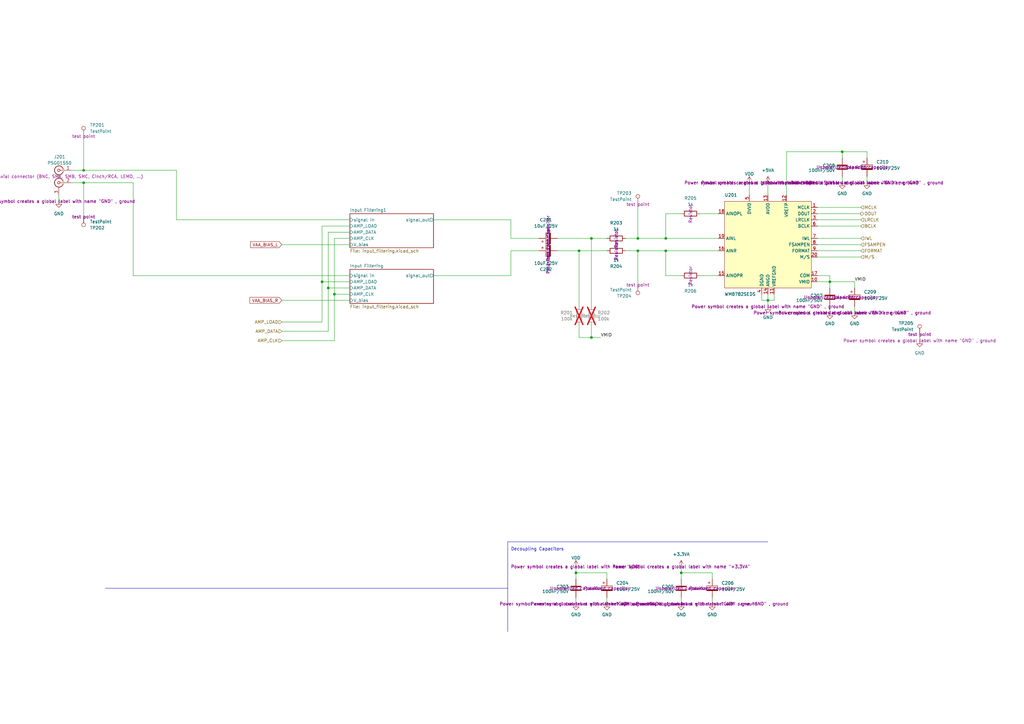
<source format=kicad_sch>
(kicad_sch (version 20250114) (generator "eeschema") (generator_version "9.0")
  (paper "A3")
  (lib_symbols
    (symbol "Connector:Conn_Coaxial_x2" (pin_names (offset 1.016) (hide yes))
      (property "Reference" "J" (at 0 5.715 0))
      (property "Value" "Conn_Coaxial_x2" (at 2.921 0 90))
      (symbol "Conn_Coaxial_x2_0_1"
        (polyline (pts (xy -2.54 2.54) (xy -0.508 2.54)))
        (polyline (pts (xy -2.54 -2.54) (xy -0.508 -2.54)))
        (arc (start 1.778 2.54) (mid 0.222 0.7321) (end -1.778 2.032) (stroke (width 0.254)))
        (arc (start 1.778 -2.54) (mid 0.222 -4.3479) (end -1.778 -3.048) (stroke (width 0.254)))
        (arc (start -1.778 3.048) (mid 0.2221 4.3484) (end 1.778 2.54) (stroke (width 0.254)))
        (arc (start -1.778 -2.032) (mid 0.2221 -0.7316) (end 1.778 -2.54) (stroke (width 0.254)))
        (circle (center 0 2.54) (radius 0.508) (stroke (width 0.2032)))
        (polyline (pts (xy 0 0.762) (xy 0 -0.635)))
        (circle (center 0 -2.54) (radius 0.508) (stroke (width 0.2032)))
        (polyline (pts (xy 0 -5.08) (xy 0 -4.318)))
      )
      (symbol "Conn_Coaxial_x2_1_1"
        (pin passive line (at -5.08 2.54 0) (length 2.54) (name "IN1") (number "1"))
        (pin passive line (at -5.08 -2.54 0) (length 2.54) (name "IN2") (number "2"))
        (pin passive line (at 0 -7.62 90) (length 2.54) (name "EXT") (number "3"))
      )
    )
    (symbol "Connector:TestPoint" (pin_numbers (hide yes)) (pin_names (offset 0.762) (hide yes))
      (property "Reference" "TP" (at 0 6.858 0))
      (property "Value" "TestPoint" (at 0 5.08 0))
      (symbol "TestPoint_0_1"
        (circle (center 0 3.302) (radius 0.762))
      )
      (symbol "TestPoint_1_1"
        (pin passive line (at 0 0 90) (length 2.54) (name "1") (number "1"))
      )
    )
    (symbol "Device:C" (pin_numbers (hide yes)) (pin_names (offset 0.254))
      (property "Reference" "C" (at 0.635 2.54 0))
      (property "Value" "C" (at 0.635 -2.54 0))
      (symbol "C_0_1"
        (polyline (pts (xy -2.032 0.762) (xy 2.032 0.762)) (stroke (width 0.508)))
        (polyline (pts (xy -2.032 -0.762) (xy 2.032 -0.762)) (stroke (width 0.508)))
      )
      (symbol "C_1_1"
        (pin passive line (at 0 3.81 270) (length 2.794) (name "~") (number "1"))
        (pin passive line (at 0 -3.81 90) (length 2.794) (name "~") (number "2"))
      )
    )
    (symbol "Device:C_Polarized" (pin_numbers (hide yes)) (pin_names (offset 0.254))
      (property "Reference" "C" (at 0.635 2.54 0))
      (property "Value" "C_Polarized" (at 0.635 -2.54 0))
      (symbol "C_Polarized_0_1"
        (rectangle (start -2.286 0.508) (end 2.286 1.016))
        (polyline (pts (xy -1.778 2.286) (xy -0.762 2.286)))
        (polyline (pts (xy -1.27 2.794) (xy -1.27 1.778)))
        (rectangle (start 2.286 -0.508) (end -2.286 -1.016) (fill (type outline)))
      )
      (symbol "C_Polarized_1_1"
        (pin passive line (at 0 3.81 270) (length 2.794) (name "~") (number "1"))
        (pin passive line (at 0 -3.81 90) (length 2.794) (name "~") (number "2"))
      )
    )
    (symbol "Device:R" (pin_numbers (hide yes)) (pin_names (offset 0))
      (property "Reference" "R" (at 2.032 0 90))
      (property "Value" "R" (at 0 0 90))
      (symbol "R_0_1"
        (rectangle (start -1.016 -2.54) (end 1.016 2.54) (stroke (width 0.254)))
      )
      (symbol "R_1_1"
        (pin passive line (at 0 3.81 270) (length 1.27) (name "~") (number "1"))
        (pin passive line (at 0 -3.81 90) (length 1.27) (name "~") (number "2"))
      )
    )
    (symbol "Skrooter_symbols:WM8782SEDS"
      (property "Reference" "U" (at -17.78 -24.13 0))
      (property "Value" "WM8782SEDS" (at -17.78 -21.59 0))
      (symbol "WM8782SEDS_0_1"
        (rectangle (start -17.78 15.24) (end 17.78 -20.32) (fill (type background)))
      )
      (symbol "WM8782SEDS_1_1"
        (pin input line (at -20.32 10.16 0) (length 2.54) (name "AINOPL") (number "18"))
        (pin input line (at -20.32 0 0) (length 2.54) (name "AINL") (number "19"))
        (pin input line (at -20.32 -5.08 0) (length 2.54) (name "AINR") (number "16"))
        (pin input line (at -20.32 -15.24 0) (length 2.54) (name "AINOPR") (number "15"))
        (pin input line (at -7.62 17.78 270) (length 2.54) (name "DVVD") (number "5"))
        (pin input line (at -2.54 -22.86 90) (length 2.54) (name "DGND") (number "4"))
        (pin input line (at 0 17.78 270) (length 2.54) (name "AVDD") (number "13"))
        (pin input line (at 0 -22.86 90) (length 2.54) (name "ANGD") (number "14"))
        (pin input line (at 2.54 -22.86 90) (length 2.54) (name "VREFGND") (number "11"))
        (pin input line (at 7.62 17.78 270) (length 2.54) (name "VREFP") (number "12"))
        (pin input line (at 20.32 12.7 180) (length 2.54) (name "MCLK") (number "1"))
        (pin input line (at 20.32 10.16 180) (length 2.54) (name "DOUT") (number "2"))
        (pin input line (at 20.32 7.62 180) (length 2.54) (name "LRCLK") (number "3"))
        (pin input line (at 20.32 5.08 180) (length 2.54) (name "BCLK") (number "6"))
        (pin input line (at 20.32 0 180) (length 2.54) (name "IWL") (number "7"))
        (pin input line (at 20.32 -2.54 180) (length 2.54) (name "FSAMPEN") (number "8"))
        (pin input line (at 20.32 -5.08 180) (length 2.54) (name "FORMAT") (number "9"))
        (pin input line (at 20.32 -7.62 180) (length 2.54) (name "M/S") (number "20"))
        (pin input line (at 20.32 -15.24 180) (length 2.54) (name "COM") (number "17"))
        (pin input line (at 20.32 -17.78 180) (length 2.54) (name "VMID") (number "10"))
      )
    )
    (symbol "power:+3.3VA" (power) (pin_numbers (hide yes)) (pin_names (offset 0) (hide yes))
      (property "Value" "+3.3VA" (at 0 3.556 0))
      (symbol "+3.3VA_0_1"
        (polyline (pts (xy -0.762 1.27) (xy 0 2.54)))
        (polyline (pts (xy 0 2.54) (xy 0.762 1.27)))
        (polyline (pts (xy 0 0) (xy 0 2.54)))
      )
      (symbol "+3.3VA_1_1"
        (pin power_in line (at 0 0 90) (length 0) (name "~") (number "1"))
      )
    )
    (symbol "power:+5VA" (power) (pin_numbers (hide yes)) (pin_names (offset 0) (hide yes))
      (property "Value" "+5VA" (at 0 3.556 0))
      (symbol "+5VA_0_1"
        (polyline (pts (xy -0.762 1.27) (xy 0 2.54)))
        (polyline (pts (xy 0 2.54) (xy 0.762 1.27)))
        (polyline (pts (xy 0 0) (xy 0 2.54)))
      )
      (symbol "+5VA_1_1"
        (pin power_in line (at 0 0 90) (length 0) (name "~") (number "1"))
      )
    )
    (symbol "power:GND" (power) (pin_numbers (hide yes)) (pin_names (offset 0) (hide yes))
      (property "Value" "GND" (at 0 -3.81 0))
      (symbol "GND_0_1"
        (polyline (pts (xy 0 0) (xy 0 -1.27) (xy 1.27 -1.27) (xy 0 -2.54) (xy -1.27 -1.27) (xy 0 -1.27)))
      )
      (symbol "GND_1_1"
        (pin power_in line (at 0 0 270) (length 0) (name "~") (number "1"))
      )
    )
    (symbol "power:VDD" (power) (pin_numbers (hide yes)) (pin_names (offset 0) (hide yes))
      (property "Value" "VDD" (at 0 3.556 0))
      (symbol "VDD_0_1"
        (polyline (pts (xy -0.762 1.27) (xy 0 2.54)))
        (polyline (pts (xy 0 2.54) (xy 0.762 1.27)))
        (polyline (pts (xy 0 0) (xy 0 2.54)))
      )
      (symbol "VDD_1_1"
        (pin power_in line (at 0 0 90) (length 0) (name "~") (number "1"))
      )
    )
  )
  (text "Decoupling Capacitors" (at 209.55 226.06 0) (effects (font (size 1.27 1.27)) (justify left bottom)))
  (junction (at 237.49 102.87))
  (junction (at 242.57 97.79))
  (junction (at 261.62 102.87))
  (junction (at 34.29 69.85))
  (junction (at 137.16 120.65))
  (junction (at 242.57 138.43))
  (junction (at 314.96 123.19))
  (junction (at 273.05 102.87))
  (junction (at 340.36 115.57))
  (junction (at 34.29 74.93))
  (junction (at 261.62 97.79))
  (junction (at 236.22 234.95))
  (junction (at 273.05 97.79))
  (junction (at 345.44 62.23))
  (junction (at 279.4 234.95))
  (junction (at 134.62 118.11))
  (junction (at 132.08 115.57))
  (wire (pts (xy 236.22 234.95) (xy 248.92 234.95)))
  (wire (pts (xy 279.4 232.41) (xy 279.4 234.95)))
  (wire (pts (xy 177.8 113.03) (xy 209.55 113.03)))
  (wire (pts (xy 209.55 90.17) (xy 177.8 90.17)))
  (wire (pts (xy 29.21 69.85) (xy 34.29 69.85)))
  (polyline (pts (xy 43.18 241.3) (xy 208.28 241.3)))
  (wire (pts (xy 273.05 102.87) (xy 294.64 102.87)))
  (wire (pts (xy 209.55 97.79) (xy 209.55 90.17)))
  (wire (pts (xy 134.62 118.11) (xy 134.62 135.89)))
  (wire (pts (xy 137.16 97.79) (xy 137.16 120.65)))
  (wire (pts (xy 34.29 69.85) (xy 72.39 69.85)))
  (wire (pts (xy 350.52 115.57) (xy 350.52 118.11)))
  (wire (pts (xy 261.62 97.79) (xy 273.05 97.79)))
  (wire (pts (xy 335.28 87.63) (xy 353.06 87.63)))
  (wire (pts (xy 314.96 74.93) (xy 314.96 80.01)))
  (wire (pts (xy 246.38 138.43) (xy 242.57 138.43)))
  (wire (pts (xy 143.51 90.17) (xy 72.39 90.17)))
  (polyline (pts (xy 208.28 241.3) (xy 208.28 222.25)))
  (wire (pts (xy 287.02 87.63) (xy 294.64 87.63)))
  (wire (pts (xy 312.42 120.65) (xy 312.42 123.19)))
  (wire (pts (xy 236.22 245.11) (xy 236.22 247.65)))
  (wire (pts (xy 317.5 123.19) (xy 314.96 123.19)))
  (wire (pts (xy 355.6 62.23) (xy 345.44 62.23)))
  (wire (pts (xy 261.62 116.84) (xy 261.62 102.87)))
  (wire (pts (xy 137.16 120.65) (xy 143.51 120.65)))
  (wire (pts (xy 132.08 115.57) (xy 143.51 115.57)))
  (wire (pts (xy 317.5 120.65) (xy 317.5 123.19)))
  (wire (pts (xy 134.62 118.11) (xy 143.51 118.11)))
  (wire (pts (xy 209.55 102.87) (xy 220.98 102.87)))
  (wire (pts (xy 292.1 245.11) (xy 292.1 247.65)))
  (wire (pts (xy 143.51 92.71) (xy 132.08 92.71)))
  (wire (pts (xy 115.57 123.19) (xy 143.51 123.19)))
  (wire (pts (xy 261.62 102.87) (xy 273.05 102.87)))
  (wire (pts (xy 350.52 125.73) (xy 350.52 128.27)))
  (wire (pts (xy 340.36 125.73) (xy 340.36 128.27)))
  (wire (pts (xy 273.05 113.03) (xy 273.05 102.87)))
  (wire (pts (xy 355.6 64.77) (xy 355.6 62.23)))
  (wire (pts (xy 236.22 232.41) (xy 236.22 234.95)))
  (wire (pts (xy 261.62 83.82) (xy 261.62 97.79)))
  (wire (pts (xy 54.61 113.03) (xy 54.61 74.93)))
  (wire (pts (xy 345.44 62.23) (xy 345.44 64.77)))
  (wire (pts (xy 335.28 115.57) (xy 340.36 115.57)))
  (wire (pts (xy 242.57 133.35) (xy 242.57 138.43)))
  (wire (pts (xy 137.16 120.65) (xy 137.16 139.7)))
  (wire (pts (xy 335.28 92.71) (xy 353.06 92.71)))
  (wire (pts (xy 307.34 74.93) (xy 307.34 80.01)))
  (wire (pts (xy 340.36 115.57) (xy 350.52 115.57)))
  (wire (pts (xy 292.1 234.95) (xy 292.1 237.49)))
  (wire (pts (xy 353.06 97.79) (xy 335.28 97.79)))
  (wire (pts (xy 248.92 245.11) (xy 248.92 247.65)))
  (wire (pts (xy 24.13 80.01) (xy 24.13 82.55)))
  (wire (pts (xy 273.05 97.79) (xy 294.64 97.79)))
  (wire (pts (xy 353.06 105.41) (xy 335.28 105.41)))
  (wire (pts (xy 115.57 139.7) (xy 137.16 139.7)))
  (wire (pts (xy 242.57 138.43) (xy 237.49 138.43)))
  (wire (pts (xy 228.6 102.87) (xy 237.49 102.87)))
  (wire (pts (xy 134.62 95.25) (xy 134.62 118.11)))
  (wire (pts (xy 237.49 102.87) (xy 248.92 102.87)))
  (wire (pts (xy 273.05 87.63) (xy 273.05 97.79)))
  (wire (pts (xy 236.22 234.95) (xy 236.22 237.49)))
  (wire (pts (xy 279.4 234.95) (xy 279.4 237.49)))
  (wire (pts (xy 115.57 100.33) (xy 143.51 100.33)))
  (wire (pts (xy 273.05 87.63) (xy 279.4 87.63)))
  (wire (pts (xy 335.28 90.17) (xy 353.06 90.17)))
  (wire (pts (xy 377.19 139.7) (xy 377.19 137.16)))
  (wire (pts (xy 242.57 97.79) (xy 248.92 97.79)))
  (wire (pts (xy 314.96 123.19) (xy 314.96 125.73)))
  (wire (pts (xy 143.51 95.25) (xy 134.62 95.25)))
  (wire (pts (xy 353.06 100.33) (xy 335.28 100.33)))
  (wire (pts (xy 340.36 113.03) (xy 340.36 115.57)))
  (wire (pts (xy 143.51 97.79) (xy 137.16 97.79)))
  (wire (pts (xy 345.44 72.39) (xy 345.44 74.93)))
  (wire (pts (xy 335.28 113.03) (xy 340.36 113.03)))
  (wire (pts (xy 132.08 92.71) (xy 132.08 115.57)))
  (wire (pts (xy 256.54 102.87) (xy 261.62 102.87)))
  (polyline (pts (xy 208.28 259.08) (xy 208.28 241.3)))
  (wire (pts (xy 237.49 102.87) (xy 237.49 125.73)))
  (wire (pts (xy 115.57 132.08) (xy 132.08 132.08)))
  (wire (pts (xy 132.08 115.57) (xy 132.08 132.08)))
  (wire (pts (xy 256.54 97.79) (xy 261.62 97.79)))
  (wire (pts (xy 34.29 88.9) (xy 34.29 74.93)))
  (wire (pts (xy 312.42 123.19) (xy 314.96 123.19)))
  (polyline (pts (xy 208.28 222.25) (xy 314.96 222.25)))
  (wire (pts (xy 353.06 102.87) (xy 335.28 102.87)))
  (wire (pts (xy 279.4 113.03) (xy 273.05 113.03)))
  (wire (pts (xy 34.29 74.93) (xy 54.61 74.93)))
  (wire (pts (xy 220.98 97.79) (xy 209.55 97.79)))
  (wire (pts (xy 279.4 245.11) (xy 279.4 247.65)))
  (wire (pts (xy 237.49 138.43) (xy 237.49 133.35)))
  (wire (pts (xy 209.55 113.03) (xy 209.55 102.87)))
  (wire (pts (xy 322.58 62.23) (xy 345.44 62.23)))
  (wire (pts (xy 248.92 237.49) (xy 248.92 234.95)))
  (wire (pts (xy 29.21 74.93) (xy 34.29 74.93)))
  (wire (pts (xy 279.4 234.95) (xy 292.1 234.95)))
  (wire (pts (xy 242.57 125.73) (xy 242.57 97.79)))
  (wire (pts (xy 72.39 90.17) (xy 72.39 69.85)))
  (wire (pts (xy 34.29 55.88) (xy 34.29 69.85)))
  (wire (pts (xy 115.57 135.89) (xy 134.62 135.89)))
  (wire (pts (xy 228.6 97.79) (xy 242.57 97.79)))
  (wire (pts (xy 340.36 115.57) (xy 340.36 118.11)))
  (wire (pts (xy 143.51 113.03) (xy 54.61 113.03)))
  (wire (pts (xy 355.6 72.39) (xy 355.6 74.93)))
  (wire (pts (xy 335.28 85.09) (xy 353.06 85.09)))
  (wire (pts (xy 287.02 113.03) (xy 294.64 113.03)))
  (wire (pts (xy 322.58 80.01) (xy 322.58 62.23)))
  (wire (pts (xy 314.96 120.65) (xy 314.96 123.19)))
  (label "VMID" (at 350.52 115.57 0))
  (label "VMID" (at 246.38 138.43 0))
  (global_label "VAA_BIAS_R" (shape input) (at 115.57 123.19 180) (property "Intersheetrefs" "${INTERSHEET_REFS}" (effects (hide yes))))
  (global_label "VAA_BIAS_L" (shape input) (at 115.57 100.33 180) (property "Intersheetrefs" "${INTERSHEET_REFS}" (effects (hide yes))))
  (hierarchical_label "AMP_DATA" (shape input) (at 115.57 135.89 180))
  (hierarchical_label "M{slash}S" (shape input) (at 353.06 105.41 0))
  (hierarchical_label "FORMAT" (shape input) (at 353.06 102.87 0))
  (hierarchical_label "FSAMPEN" (shape input) (at 353.06 100.33 0))
  (hierarchical_label "MCLK" (shape input) (at 353.06 85.09 0))
  (hierarchical_label "DOUT" (shape output) (at 353.06 87.63 0))
  (hierarchical_label "LRCLK" (shape input) (at 353.06 90.17 0))
  (hierarchical_label "AMP_LOAD" (shape input) (at 115.57 132.08 180))
  (hierarchical_label "AMP_CLK" (shape input) (at 115.57 139.7 180))
  (hierarchical_label "BCLK" (shape input) (at 353.06 92.71 0))
  (hierarchical_label "IWL" (shape input) (at 353.06 97.79 0))
  (symbol (lib_id "Connector:TestPoint") (at 261.62 116.84 180) (unit 1) (exclude_from_sim yes)
    (property "Reference" "TP204" (at 259.08 121.412 0) (effects (justify left)))
    (property "Value" "TestPoint" (at 259.08 118.872 0) (effects (justify left)))
    (property "Footprint" "TestPoint:TestPoint_Keystone_5005-5009_Compact" (effects (hide yes)))
    (property "Description" "test point" (at 261.62 116.84 0))
    (instances (project "Audio_daughterboard" (path "" (reference "TP204") (unit 1)) (path "" (reference "TP304") (unit 1))))
  )
  (symbol (lib_id "Device:C_Polarized") (at 355.6 68.58 0) (unit 1)
    (property "Reference" "C210" (at 359.41 66.421 0) (effects (justify left)))
    (property "Value" "10uF/25V" (at 359.41 68.961 0) (effects (justify left)))
    (property "Footprint" "Capacitor_SMD:CP_Elec_4x5.8" (effects (hide yes)))
    (property "Description" "Polarized capacitor" (at 355.6 68.58 0))
    (property "LCSC" "C2163094" (effects (hide yes)))
    (instances (project "Audio_daughterboard" (path "" (reference "C210") (unit 1)) (path "" (reference "C310") (unit 1))))
  )
  (symbol (lib_id "Device:R") (at 242.57 129.54 0) (unit 1) (in_bom no) (dnp yes)
    (property "Reference" "R202" (at 245.11 128.27 0) (effects (justify left)))
    (property "Value" "100k" (at 245.11 130.81 0) (effects (justify left)))
    (property "Description" "Resistor" (at 242.57 129.54 0))
    (instances (project "Audio_daughterboard" (path "" (reference "R202") (unit 1)) (path "" (reference "R302") (unit 1))))
  )
  (symbol (lib_id "power:VDD") (at 236.22 232.41 0) (unit 1)
    (property "Reference" "#PWR0202" (effects (hide yes)))
    (property "Value" "VDD" (at 236.22 228.8342 0))
    (property "Description" "Power symbol creates a global label with name \"VDD\"" (at 236.22 232.41 0))
    (instances (project "Audio_daughterboard" (path "" (reference "#PWR0202") (unit 1)) (path "" (reference "#PWR0302") (unit 1))))
  )
  (symbol (lib_id "power:GND") (at 279.4 247.65 0) (unit 1)
    (property "Reference" "#PWR0206" (effects (hide yes)))
    (property "Value" "GND" (at 279.4 252.0934 0))
    (property "Description" "Power symbol creates a global label with name \"GND\" , ground" (at 279.4 247.65 0))
    (instances (project "Audio_daughterboard" (path "" (reference "#PWR0206") (unit 1)) (path "" (reference "#PWR0306") (unit 1))))
  )
  (symbol (lib_id "Device:C") (at 345.44 68.58 0) (mirror y) (unit 1)
    (property "Reference" "C208" (at 342.519 67.9363 0) (effects (justify left)))
    (property "Value" "100nF/50V" (at 342.519 69.8573 0) (effects (justify left)))
    (property "Footprint" "Capacitor_SMD:C_0805_2012Metric_Pad1.18x1.45mm_HandSolder" (effects (hide yes)))
    (property "Description" "Unpolarized capacitor" (at 345.44 68.58 0))
    (property "LCSC" "C49678" (effects (hide yes)))
    (instances (project "Audio_daughterboard" (path "" (reference "C208") (unit 1)) (path "" (reference "C308") (unit 1))))
  )
  (symbol (lib_id "Device:R") (at 252.73 97.79 90) (unit 1)
    (property "Reference" "R203" (at 252.73 91.44 90))
    (property "Value" "1k" (at 252.73 93.98 90))
    (property "Description" "Resistor" (at 252.73 97.79 0))
    (instances (project "Audio_daughterboard" (path "" (reference "R203") (unit 1)) (path "" (reference "R303") (unit 1))))
  )
  (symbol (lib_id "Connector:TestPoint") (at 261.62 83.82 0) (mirror y) (unit 1) (exclude_from_sim yes)
    (property "Reference" "TP203" (at 259.08 79.248 0) (effects (justify left)))
    (property "Value" "TestPoint" (at 259.08 81.788 0) (effects (justify left)))
    (property "Footprint" "TestPoint:TestPoint_Keystone_5005-5009_Compact" (effects (hide yes)))
    (property "Description" "test point" (at 261.62 83.82 0))
    (instances (project "Audio_daughterboard" (path "" (reference "TP203") (unit 1)) (path "" (reference "TP303") (unit 1))))
  )
  (symbol (lib_id "Device:C") (at 279.4 241.3 0) (mirror y) (unit 1)
    (property "Reference" "C205" (at 276.479 240.6563 0) (effects (justify left)))
    (property "Value" "100nF/50V" (at 276.479 242.5773 0) (effects (justify left)))
    (property "Footprint" "Capacitor_SMD:C_0805_2012Metric_Pad1.18x1.45mm_HandSolder" (effects (hide yes)))
    (property "Description" "Unpolarized capacitor" (at 279.4 241.3 0))
    (property "LCSC" "C49678" (effects (hide yes)))
    (instances (project "Audio_daughterboard" (path "" (reference "C205") (unit 1)) (path "" (reference "C305") (unit 1))))
  )
  (symbol (lib_id "Connector:TestPoint") (at 34.29 55.88 0) (unit 1) (exclude_from_sim yes)
    (property "Reference" "TP201" (at 36.83 51.308 0) (effects (justify left)))
    (property "Value" "TestPoint" (at 36.83 53.848 0) (effects (justify left)))
    (property "Footprint" "TestPoint:TestPoint_Keystone_5005-5009_Compact" (effects (hide yes)))
    (property "Description" "test point" (at 34.29 55.88 0))
    (instances (project "Audio_daughterboard" (path "" (reference "TP201") (unit 1)) (path "" (reference "TP301") (unit 1))))
  )
  (symbol (lib_id "Connector:TestPoint") (at 34.29 88.9 0) (mirror x) (unit 1) (exclude_from_sim yes)
    (property "Reference" "TP202" (at 36.83 93.472 0) (effects (justify left)))
    (property "Value" "TestPoint" (at 36.83 90.932 0) (effects (justify left)))
    (property "Footprint" "TestPoint:TestPoint_Keystone_5005-5009_Compact" (effects (hide yes)))
    (property "Description" "test point" (at 34.29 88.9 0))
    (instances (project "Audio_daughterboard" (path "" (reference "TP202") (unit 1)) (path "" (reference "TP302") (unit 1))))
  )
  (symbol (lib_id "Skrooter_symbols:WM8782SEDS") (at 314.96 97.79 0) (unit 1) (exclude_from_sim yes)
    (property "Reference" "U201" (at 297.18 80.01 0) (effects (justify left)))
    (property "Value" "WM8782SEDS" (at 297.18 120.65 0) (effects (justify left)))
    (property "Footprint" "Package_SO:SSOP-20_5.3x7.2mm_P0.65mm" (effects (hide yes)))
    (property "Datasheet" "https://datasheet.lcsc.com/lcsc/1811081623_Cirrus-Logic-WM8782SEDS-RV_C323842.pdf" (effects (hide yes)))
    (property "LCSC" "C323842" (effects (hide yes)))
    (instances (project "Audio_daughterboard" (path "" (reference "U201") (unit 1)) (path "" (reference "U301") (unit 1))))
  )
  (symbol (lib_id "power:GND") (at 377.19 139.7 0) (unit 1)
    (property "Reference" "#PWR0215" (effects (hide yes)))
    (property "Value" "GND" (at 377.19 144.78 0))
    (property "Description" "Power symbol creates a global label with name \"GND\" , ground" (at 377.19 139.7 0))
    (instances (project "Audio_daughterboard" (path "" (reference "#PWR0215") (unit 1)) (path "" (reference "#PWR0315") (unit 1))))
  )
  (symbol (lib_id "Device:C_Polarized") (at 292.1 241.3 0) (unit 1)
    (property "Reference" "C206" (at 295.91 239.141 0) (effects (justify left)))
    (property "Value" "10uF/25V" (at 295.91 241.681 0) (effects (justify left)))
    (property "Footprint" "Capacitor_SMD:CP_Elec_4x5.8" (effects (hide yes)))
    (property "Description" "Polarized capacitor" (at 292.1 241.3 0))
    (property "LCSC" "C2163094" (effects (hide yes)))
    (instances (project "Audio_daughterboard" (path "" (reference "C206") (unit 1)) (path "" (reference "C306") (unit 1))))
  )
  (symbol (lib_id "Device:R") (at 283.21 113.03 270) (unit 1)
    (property "Reference" "R206" (at 283.21 119.38 90))
    (property "Value" "1k" (at 283.21 116.84 90))
    (property "Description" "Resistor" (at 283.21 113.03 0))
    (instances (project "Audio_daughterboard" (path "" (reference "R206") (unit 1)) (path "" (reference "R306") (unit 1))))
  )
  (symbol (lib_id "Device:R") (at 283.21 87.63 90) (unit 1)
    (property "Reference" "R205" (at 283.21 81.28 90))
    (property "Value" "1k" (at 283.21 83.82 90))
    (property "Description" "Resistor" (at 283.21 87.63 0))
    (instances (project "Audio_daughterboard" (path "" (reference "R205") (unit 1)) (path "" (reference "R305") (unit 1))))
  )
  (symbol (lib_id "Device:R") (at 237.49 129.54 0) (mirror y) (unit 1) (in_bom no) (dnp yes)
    (property "Reference" "R201" (at 234.95 128.27 0) (effects (justify left)))
    (property "Value" "100k" (at 234.95 130.81 0) (effects (justify left)))
    (property "Description" "Resistor" (at 237.49 129.54 0))
    (instances (project "Audio_daughterboard" (path "" (reference "R201") (unit 1)) (path "" (reference "R301") (unit 1))))
  )
  (symbol (lib_id "power:GND") (at 236.22 247.65 0) (unit 1)
    (property "Reference" "#PWR0203" (effects (hide yes)))
    (property "Value" "GND" (at 236.22 252.0934 0))
    (property "Description" "Power symbol creates a global label with name \"GND\" , ground" (at 236.22 247.65 0))
    (instances (project "Audio_daughterboard" (path "" (reference "#PWR0203") (unit 1)) (path "" (reference "#PWR0303") (unit 1))))
  )
  (symbol (lib_id "power:GND") (at 248.92 247.65 0) (unit 1)
    (property "Reference" "#PWR0204" (effects (hide yes)))
    (property "Value" "GND" (at 248.92 252.0934 0))
    (property "Description" "Power symbol creates a global label with name \"GND\" , ground" (at 248.92 247.65 0))
    (instances (project "Audio_daughterboard" (path "" (reference "#PWR0204") (unit 1)) (path "" (reference "#PWR0304") (unit 1))))
  )
  (symbol (lib_id "Device:R") (at 252.73 102.87 90) (mirror x) (unit 1)
    (property "Reference" "R204" (at 252.73 109.22 90))
    (property "Value" "1k" (at 252.73 106.68 90))
    (property "Description" "Resistor" (at 252.73 102.87 0))
    (instances (project "Audio_daughterboard" (path "" (reference "R204") (unit 1)) (path "" (reference "R304") (unit 1))))
  )
  (symbol (lib_id "power:GND") (at 292.1 247.65 0) (unit 1)
    (property "Reference" "#PWR0207" (effects (hide yes)))
    (property "Value" "GND" (at 292.1 252.0934 0))
    (property "Description" "Power symbol creates a global label with name \"GND\" , ground" (at 292.1 247.65 0))
    (instances (project "Audio_daughterboard" (path "" (reference "#PWR0207") (unit 1)) (path "" (reference "#PWR0307") (unit 1))))
  )
  (symbol (lib_id "power:VDD") (at 307.34 74.93 0) (unit 1)
    (property "Reference" "#PWR0208" (effects (hide yes)))
    (property "Value" "VDD" (at 307.34 71.3542 0))
    (property "Description" "Power symbol creates a global label with name \"VDD\"" (at 307.34 74.93 0))
    (instances (project "Audio_daughterboard" (path "" (reference "#PWR0208") (unit 1)) (path "" (reference "#PWR0308") (unit 1))))
  )
  (symbol (lib_id "power:+3.3VA") (at 279.4 232.41 0) (unit 1)
    (property "Reference" "#PWR0205" (effects (hide yes)))
    (property "Value" "+3.3VA" (at 279.4 227.33 0))
    (property "Description" "Power symbol creates a global label with name \"+3.3VA\"" (at 279.4 232.41 0))
    (instances (project "Audio_daughterboard" (path "" (reference "#PWR0205") (unit 1)) (path "" (reference "#PWR0305") (unit 1))))
  )
  (symbol (lib_id "power:GND") (at 314.96 125.73 0) (unit 1)
    (property "Reference" "#PWR0210" (effects (hide yes)))
    (property "Value" "GND" (at 314.96 130.1734 0))
    (property "Description" "Power symbol creates a global label with name \"GND\" , ground" (at 314.96 125.73 0))
    (instances (project "Audio_daughterboard" (path "" (reference "#PWR0210") (unit 1)) (path "" (reference "#PWR0310") (unit 1))))
  )
  (symbol (lib_id "power:GND") (at 340.36 128.27 0) (unit 1)
    (property "Reference" "#PWR0211" (effects (hide yes)))
    (property "Value" "GND" (at 340.36 132.7134 0))
    (property "Description" "Power symbol creates a global label with name \"GND\" , ground" (at 340.36 128.27 0))
    (instances (project "Audio_daughterboard" (path "" (reference "#PWR0211") (unit 1)) (path "" (reference "#PWR0311") (unit 1))))
  )
  (symbol (lib_id "Device:C_Polarized") (at 224.79 97.79 90) (unit 1)
    (property "Reference" "C201" (at 223.901 90.17 90))
    (property "Value" "10uF/25V" (at 223.901 92.71 90))
    (property "Footprint" "Capacitor_SMD:CP_Elec_4x5.8" (effects (hide yes)))
    (property "Description" "Polarized capacitor" (at 224.79 97.79 0))
    (property "LCSC" "C2163094" (effects (hide yes)))
    (instances (project "Audio_daughterboard" (path "" (reference "C201") (unit 1)) (path "" (reference "C301") (unit 1))))
  )
  (symbol (lib_id "Device:C") (at 340.36 121.92 0) (mirror y) (unit 1)
    (property "Reference" "C207" (at 337.439 121.2763 0) (effects (justify left)))
    (property "Value" "100nF/50V" (at 337.439 123.1973 0) (effects (justify left)))
    (property "Footprint" "Capacitor_SMD:C_0805_2012Metric_Pad1.18x1.45mm_HandSolder" (effects (hide yes)))
    (property "Description" "Unpolarized capacitor" (at 340.36 121.92 0))
    (property "LCSC" "C49678" (effects (hide yes)))
    (instances (project "Audio_daughterboard" (path "" (reference "C207") (unit 1)) (path "" (reference "C307") (unit 1))))
  )
  (symbol (lib_id "Device:C_Polarized") (at 224.79 102.87 90) (mirror x) (unit 1)
    (property "Reference" "C202" (at 223.901 110.49 90))
    (property "Value" "10uF/25V" (at 223.901 107.95 90))
    (property "Footprint" "Capacitor_SMD:CP_Elec_4x5.8" (effects (hide yes)))
    (property "Description" "Polarized capacitor" (at 224.79 102.87 0))
    (property "LCSC" "C2163094" (effects (hide yes)))
    (instances (project "Audio_daughterboard" (path "" (reference "C202") (unit 1)) (path "" (reference "C302") (unit 1))))
  )
  (symbol (lib_id "Device:C_Polarized") (at 248.92 241.3 0) (unit 1)
    (property "Reference" "C204" (at 252.73 239.141 0) (effects (justify left)))
    (property "Value" "10uF/25V" (at 252.73 241.681 0) (effects (justify left)))
    (property "Footprint" "Capacitor_SMD:CP_Elec_4x5.8" (effects (hide yes)))
    (property "Description" "Polarized capacitor" (at 248.92 241.3 0))
    (property "LCSC" "C2163094" (effects (hide yes)))
    (instances (project "Audio_daughterboard" (path "" (reference "C204") (unit 1)) (path "" (reference "C304") (unit 1))))
  )
  (symbol (lib_id "power:+5VA") (at 314.96 74.93 0) (unit 1)
    (property "Reference" "#PWR0209" (effects (hide yes)))
    (property "Value" "+5VA" (at 314.96 69.85 0))
    (property "Description" "Power symbol creates a global label with name \"+5VA\"" (at 314.96 74.93 0))
    (instances (project "Audio_daughterboard" (path "" (reference "#PWR0209") (unit 1)) (path "" (reference "#PWR0309") (unit 1))))
  )
  (symbol (lib_id "Connector:Conn_Coaxial_x2") (at 24.13 72.39 0) (mirror y) (unit 1) (exclude_from_sim yes)
    (property "Reference" "J201" (at 24.4474 64.3236 0))
    (property "Value" "PSG01550" (at 24.4474 66.8605 0))
    (property "Footprint" "Skrooter_footprints:psg01550" (effects (hide yes)))
    (property "Description" "double coaxial connector (BNC, SMA, SMB, SMC, Cinch/RCA, LEMO, ...)" (at 24.13 72.39 0))
    (instances (project "Audio_daughterboard" (path "" (reference "J201") (unit 1)) (path "" (reference "J301") (unit 1))))
  )
  (symbol (lib_id "power:GND") (at 350.52 128.27 0) (unit 1)
    (property "Reference" "#PWR0213" (effects (hide yes)))
    (property "Value" "GND" (at 350.52 132.7134 0))
    (property "Description" "Power symbol creates a global label with name \"GND\" , ground" (at 350.52 128.27 0))
    (instances (project "Audio_daughterboard" (path "" (reference "#PWR0213") (unit 1)) (path "" (reference "#PWR0313") (unit 1))))
  )
  (symbol (lib_id "Device:C") (at 236.22 241.3 0) (mirror y) (unit 1)
    (property "Reference" "C203" (at 233.299 240.6563 0) (effects (justify left)))
    (property "Value" "100nF/50V" (at 233.299 242.5773 0) (effects (justify left)))
    (property "Footprint" "Capacitor_SMD:C_0805_2012Metric_Pad1.18x1.45mm_HandSolder" (effects (hide yes)))
    (property "Description" "Unpolarized capacitor" (at 236.22 241.3 0))
    (property "LCSC" "C49678" (effects (hide yes)))
    (instances (project "Audio_daughterboard" (path "" (reference "C203") (unit 1)) (path "" (reference "C303") (unit 1))))
  )
  (symbol (lib_id "power:GND") (at 355.6 74.93 0) (unit 1)
    (property "Reference" "#PWR0214" (effects (hide yes)))
    (property "Value" "GND" (at 355.6 79.3734 0))
    (property "Description" "Power symbol creates a global label with name \"GND\" , ground" (at 355.6 74.93 0))
    (instances (project "Audio_daughterboard" (path "" (reference "#PWR0214") (unit 1)) (path "" (reference "#PWR0314") (unit 1))))
  )
  (symbol (lib_id "Connector:TestPoint") (at 377.19 137.16 0) (unit 1) (exclude_from_sim yes)
    (property "Reference" "TP205" (at 374.65 132.588 0) (effects (justify right)))
    (property "Value" "TestPoint" (at 374.65 135.128 0) (effects (justify right)))
    (property "Footprint" "TestPoint:TestPoint_Keystone_5005-5009_Compact" (effects (hide yes)))
    (property "Description" "test point" (at 377.19 137.16 0))
    (instances (project "Audio_daughterboard" (path "" (reference "TP205") (unit 1)) (path "" (reference "TP305") (unit 1))))
  )
  (symbol (lib_id "Device:C_Polarized") (at 350.52 121.92 0) (unit 1)
    (property "Reference" "C209" (at 354.33 119.761 0) (effects (justify left)))
    (property "Value" "10uF/25V" (at 354.33 122.301 0) (effects (justify left)))
    (property "Footprint" "Capacitor_SMD:CP_Elec_4x5.8" (effects (hide yes)))
    (property "Description" "Polarized capacitor" (at 350.52 121.92 0))
    (property "LCSC" "C2163094" (effects (hide yes)))
    (instances (project "Audio_daughterboard" (path "" (reference "C209") (unit 1)) (path "" (reference "C309") (unit 1))))
  )
  (symbol (lib_id "power:GND") (at 345.44 74.93 0) (unit 1)
    (property "Reference" "#PWR0212" (effects (hide yes)))
    (property "Value" "GND" (at 345.44 79.3734 0))
    (property "Description" "Power symbol creates a global label with name \"GND\" , ground" (at 345.44 74.93 0))
    (instances (project "Audio_daughterboard" (path "" (reference "#PWR0212") (unit 1)) (path "" (reference "#PWR0312") (unit 1))))
  )
  (symbol (lib_id "power:GND") (at 24.13 82.55 0) (unit 1)
    (property "Reference" "#PWR0201" (effects (hide yes)))
    (property "Value" "GND" (at 24.13 87.63 0))
    (property "Description" "Power symbol creates a global label with name \"GND\" , ground" (at 24.13 82.55 0))
    (instances (project "Audio_daughterboard" (path "" (reference "#PWR0201") (unit 1)) (path "" (reference "#PWR0301") (unit 1))))
  )
  (sheet (at 143.51 87.63) (size 34.29 13.97) (stroke (width 0.1524))
    (property "Sheetname" "Input Filtering1" (at 143.51 86.9184 0) (effects (justify left bottom)))
    (property "Sheetfile" "input_filtering.kicad_sch" (at 143.51 102.1846 0) (effects (justify left top)))
    (pin "V_bias" input (at 143.51 100.33 180))
    (pin "AMP_CLK" input (at 143.51 97.79 180))
    (pin "AMP_DATA" input (at 143.51 95.25 180))
    (pin "AMP_LOAD" input (at 143.51 92.71 180))
    (pin "signal in" input (at 143.51 90.17 180))
    (pin "signal_out" output (at 177.8 90.17 0))
  )
  (sheet (at 143.51 110.49) (size 34.29 13.97) (stroke (width 0.1524))
    (property "Sheetname" "Input Filtering" (at 143.51 109.7784 0) (effects (justify left bottom)))
    (property "Sheetfile" "input_filtering.kicad_sch" (at 143.51 125.0446 0) (effects (justify left top)))
    (pin "V_bias" input (at 143.51 123.19 180))
    (pin "AMP_CLK" input (at 143.51 120.65 180))
    (pin "AMP_DATA" input (at 143.51 118.11 180))
    (pin "AMP_LOAD" input (at 143.51 115.57 180))
    (pin "signal in" input (at 143.51 113.03 180))
    (pin "signal_out" output (at 177.8 113.03 0))
  )
)
</source>
